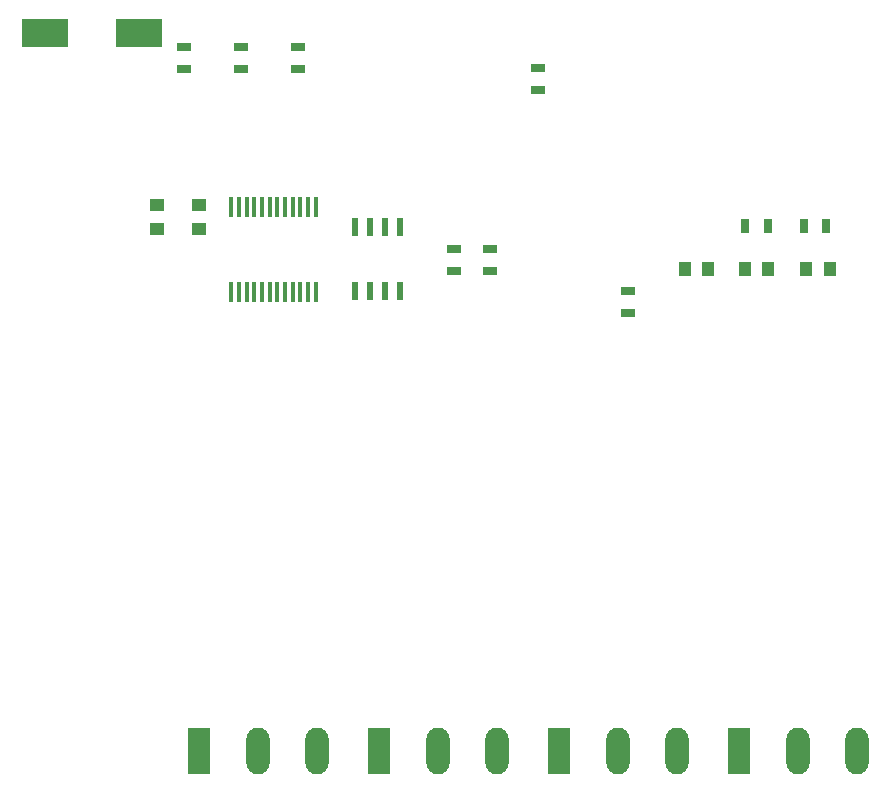
<source format=gtp>
G04 #@! TF.FileFunction,Paste,Top*
%FSLAX46Y46*%
G04 Gerber Fmt 4.6, Leading zero omitted, Abs format (unit mm)*
G04 Created by KiCad (PCBNEW 4.0.5+dfsg1-4) date Tue Dec 12 22:09:06 2017*
%MOMM*%
%LPD*%
G01*
G04 APERTURE LIST*
%ADD10C,0.100000*%
%ADD11R,4.000500X2.400300*%
%ADD12R,1.250000X1.000000*%
%ADD13R,1.300000X0.700000*%
%ADD14R,0.450000X1.750000*%
%ADD15R,1.000000X1.250000*%
%ADD16R,0.700000X1.300000*%
%ADD17R,0.600000X1.550000*%
%ADD18R,1.980000X3.960000*%
%ADD19O,1.980000X3.960000*%
G04 APERTURE END LIST*
D10*
D11*
X38163500Y-30670500D03*
X30162500Y-30670500D03*
D12*
X39624000Y-45228000D03*
X39624000Y-47228000D03*
X43180000Y-45228000D03*
X43180000Y-47228000D03*
D13*
X67818000Y-50861000D03*
X67818000Y-48961000D03*
X64770000Y-50861000D03*
X64770000Y-48961000D03*
X51562000Y-33716000D03*
X51562000Y-31816000D03*
X46736000Y-33716000D03*
X46736000Y-31816000D03*
X41910000Y-33716000D03*
X41910000Y-31816000D03*
D14*
X45955000Y-52622000D03*
X46605000Y-52622000D03*
X47255000Y-52622000D03*
X47905000Y-52622000D03*
X48555000Y-52622000D03*
X49205000Y-52622000D03*
X49855000Y-52622000D03*
X50505000Y-52622000D03*
X51155000Y-52622000D03*
X51805000Y-52622000D03*
X52455000Y-52622000D03*
X53105000Y-52622000D03*
X53105000Y-45422000D03*
X52455000Y-45422000D03*
X51805000Y-45422000D03*
X51155000Y-45422000D03*
X50505000Y-45422000D03*
X49855000Y-45422000D03*
X49205000Y-45422000D03*
X48555000Y-45422000D03*
X47905000Y-45422000D03*
X47255000Y-45422000D03*
X46605000Y-45422000D03*
X45955000Y-45422000D03*
D15*
X84344000Y-50673000D03*
X86344000Y-50673000D03*
X89424000Y-50673000D03*
X91424000Y-50673000D03*
X94631000Y-50673000D03*
X96631000Y-50673000D03*
D13*
X79502000Y-54417000D03*
X79502000Y-52517000D03*
D16*
X91374000Y-46990000D03*
X89474000Y-46990000D03*
X94427000Y-46990000D03*
X96327000Y-46990000D03*
D17*
X56388000Y-52484000D03*
X57658000Y-52484000D03*
X58928000Y-52484000D03*
X60198000Y-52484000D03*
X60198000Y-47084000D03*
X58928000Y-47084000D03*
X57658000Y-47084000D03*
X56388000Y-47084000D03*
D18*
X43180000Y-91440000D03*
D19*
X48180000Y-91440000D03*
X53180000Y-91440000D03*
D18*
X58420000Y-91440000D03*
D19*
X63420000Y-91440000D03*
X68420000Y-91440000D03*
D18*
X73660000Y-91440000D03*
D19*
X78660000Y-91440000D03*
X83660000Y-91440000D03*
D18*
X88900000Y-91440000D03*
D19*
X93900000Y-91440000D03*
X98900000Y-91440000D03*
D13*
X71882000Y-33594000D03*
X71882000Y-35494000D03*
M02*

</source>
